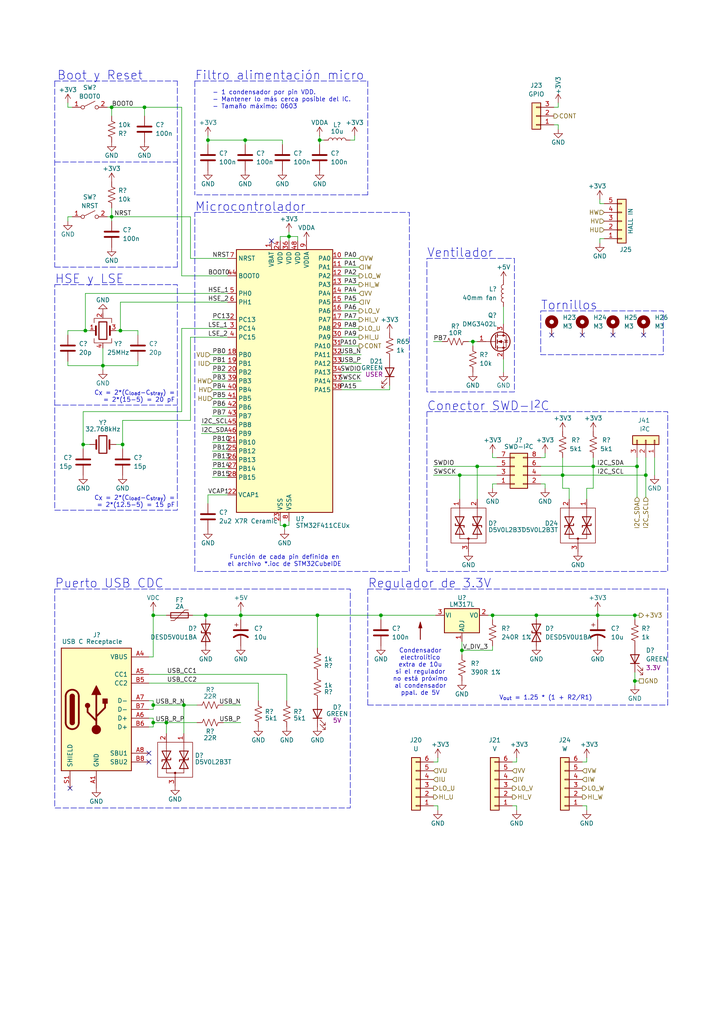
<source format=kicad_sch>
(kicad_sch (version 20250114) (generator "eeschema") (generator_version "9.0")
  (paper "A4" portrait)
  (rectangle (start 123.825 74.93) (end 149.225 113.665) (stroke (width 0) (type dash)))
  (rectangle (start 123.825 119.38) (end 193.675 165.735) (stroke (width 0) (type dash)))
  (rectangle (start 15.875 82.55) (end 51.435 147.955) (stroke (width 0) (type dash)))
  (rectangle (start 156.845 90.17) (end 192.405 102.87) (stroke (width 0) (type dash)))
  (rectangle (start 56.515 61.595) (end 118.745 165.735) (stroke (width 0) (type dash)))
  (rectangle (start 15.875 170.815) (end 101.6 234.315) (stroke (width 0) (type dash)))
  (text "Microcontrolador" (at 56.515 61.595 0) (effects (font (size 2.54 2.54)) (justify left bottom)))
  (text "Función de cada pin definida en\nel archivo *.ioc de STM32CubeIDE" (at 82.55 164.465 0) (effects (font (size 1.27 1.27)) (justify bottom)))
  (text "- 1 condensador por pin VDD.\n- Mantener lo más cerca posible del IC.\n- Tamaño máximo: 0603" (at 61.595 31.75 0) (effects (font (size 1.27 1.27)) (justify left bottom)))
  (text "Ventilador" (at 123.825 74.93 0) (effects (font (size 2.54 2.54)) (justify left bottom)))
  (text "C_{X} = 2*(C_{load}-C_{stray}) =\n= 2*(12.5-5) = 15 pF" (at 50.8 147.32 0) (effects (font (size 1.27 1.27)) (justify right bottom)))
  (text "Condensador\nelectrolítico\nextra de 10u\nsi el regulador\nno está próximo\nal condensador\nppal. de 5V" (at 121.92 194.945 0) (effects (font (size 1.27 1.27))))
  (text "Conector SWD-I^{2}C" (at 123.825 119.38 0) (effects (font (size 2.54 2.54)) (justify left bottom)))
  (text "C_{X} = 2*(C_{load}-C_{stray}) =\n= 2*(15-5) = 20 pF" (at 50.8 116.84 0) (effects (font (size 1.27 1.27)) (justify right bottom)))
  (text "HSE y LSE" (at 15.875 82.55 0) (effects (font (size 2.54 2.54)) (justify left bottom)))
  (text "Puerto USB CDC\n" (at 15.875 170.815 0) (effects (font (size 2.54 2.54)) (justify left bottom)))
  (text "Regulador de 3.3V" (at 106.68 170.815 0) (effects (font (size 2.54 2.54)) (justify left bottom)))
  (text "Boot y Reset\n" (at 16.51 23.495 0) (effects (font (size 2.54 2.54)) (justify left bottom)))
  (text "Tornillos" (at 156.845 90.17 0) (effects (font (size 2.54 2.54)) (justify left bottom)))
  (text "Filtro alimentación micro" (at 56.515 23.495 0) (effects (font (size 2.54 2.54)) (justify left bottom)))
  (text "V_{out} = 1.25 * (1 + R2/R1)" (at 144.78 203.2 0) (effects (font (size 1.27 1.27)) (justify left bottom)))
  (junction (at 172.085 135.255))
  (junction (at 24.13 128.905))
  (junction (at 41.91 31.115))
  (junction (at 24.765 95.885))
  (junction (at 110.49 178.435))
  (junction (at 92.075 178.435))
  (junction (at 155.575 178.435))
  (junction (at 48.26 209.55))
  (junction (at 184.15 197.485))
  (junction (at 184.785 135.255))
  (junction (at 44.45 204.47))
  (junction (at 29.845 106.045))
  (junction (at 59.69 178.435))
  (junction (at 184.15 178.435))
  (junction (at 35.56 128.905))
  (junction (at 53.34 204.47))
  (junction (at 82.55 152.4))
  (junction (at 44.45 178.435))
  (junction (at 133.35 137.795))
  (junction (at 32.385 31.115))
  (junction (at 69.85 178.435))
  (junction (at 138.43 135.255))
  (junction (at 92.71 40.64))
  (junction (at 60.325 40.64))
  (junction (at 187.325 137.795))
  (junction (at 32.385 62.865))
  (junction (at 173.355 178.435))
  (junction (at 163.195 137.795))
  (junction (at 137.16 99.06))
  (junction (at 34.925 95.885))
  (junction (at 71.12 40.64))
  (junction (at 44.45 209.55))
  (junction (at 133.985 188.595))
  (junction (at 83.82 68.58))
  (junction (at 142.875 178.435))
  (no_connect (at 43.18 218.44))
  (no_connect (at 168.91 97.155))
  (no_connect (at 186.69 97.155))
  (no_connect (at 78.74 69.85))
  (no_connect (at 20.32 228.6))
  (no_connect (at 177.8 97.155))
  (no_connect (at 160.02 97.155))
  (no_connect (at 43.18 220.98))
  (wire (pts (xy 99.06 110.49) (xy 104.775 110.49)))
  (polyline (pts (xy 106.68 170.815) (xy 106.68 204.47)) (stroke (width 0) (type dash)))
  (wire (pts (xy 32.385 31.115) (xy 41.91 31.115)))
  (wire (pts (xy 31.115 31.115) (xy 32.385 31.115)))
  (wire (pts (xy 149.86 219.71) (xy 149.86 220.98)))
  (wire (pts (xy 19.685 31.115) (xy 19.685 29.845)))
  (wire (pts (xy 163.195 137.795) (xy 163.195 132.715)))
  (wire (pts (xy 155.575 179.705) (xy 155.575 178.435)))
  (wire (pts (xy 61.595 110.49) (xy 66.04 110.49)))
  (wire (pts (xy 184.15 197.485) (xy 185.42 197.485)))
  (wire (pts (xy 61.595 130.81) (xy 66.04 130.81)))
  (wire (pts (xy 34.925 87.63) (xy 34.925 95.885)))
  (wire (pts (xy 99.06 95.25) (xy 104.14 95.25)))
  (wire (pts (xy 81.28 152.4) (xy 81.28 151.13)))
  (wire (pts (xy 82.55 153.67) (xy 82.55 152.4)))
  (wire (pts (xy 19.685 106.045) (xy 19.685 104.775)))
  (wire (pts (xy 99.06 92.71) (xy 104.14 92.71)))
  (wire (pts (xy 60.96 102.87) (xy 66.04 102.87)))
  (wire (pts (xy 170.18 219.71) (xy 170.18 220.98)))
  (wire (pts (xy 187.325 132.715) (xy 187.325 137.795)))
  (wire (pts (xy 173.99 70.485) (xy 173.99 69.215)))
  (wire (pts (xy 173.355 179.705) (xy 173.355 178.435)))
  (polyline (pts (xy 193.675 204.47) (xy 193.675 170.815)) (stroke (width 0) (type dash)))
  (wire (pts (xy 155.575 178.435) (xy 173.355 178.435)))
  (wire (pts (xy 187.325 137.795) (xy 187.325 144.145)))
  (wire (pts (xy 55.245 97.79) (xy 66.04 97.79)))
  (wire (pts (xy 172.085 135.255) (xy 172.085 141.605)))
  (wire (pts (xy 43.18 208.28) (xy 44.45 208.28)))
  (wire (pts (xy 44.45 178.435) (xy 44.45 190.5)))
  (wire (pts (xy 92.075 178.435) (xy 110.49 178.435)))
  (wire (pts (xy 99.06 77.47) (xy 104.14 77.47)))
  (wire (pts (xy 172.085 135.255) (xy 184.785 135.255)))
  (wire (pts (xy 61.595 92.71) (xy 66.04 92.71)))
  (wire (pts (xy 48.26 209.55) (xy 48.26 212.725)))
  (wire (pts (xy 163.195 137.795) (xy 187.325 137.795)))
  (wire (pts (xy 158.115 132.715) (xy 158.115 131.445)))
  (wire (pts (xy 141.605 178.435) (xy 142.875 178.435)))
  (wire (pts (xy 32.385 60.325) (xy 32.385 62.865)))
  (wire (pts (xy 99.06 100.33) (xy 104.14 100.33)))
  (wire (pts (xy 29.845 100.965) (xy 29.845 106.045)))
  (wire (pts (xy 133.985 188.595) (xy 133.985 189.865)))
  (wire (pts (xy 173.355 178.435) (xy 184.15 178.435)))
  (wire (pts (xy 142.875 132.715) (xy 144.145 132.715)))
  (wire (pts (xy 24.13 128.905) (xy 26.035 128.905)))
  (wire (pts (xy 20.955 62.865) (xy 19.685 62.865)))
  (wire (pts (xy 41.91 31.115) (xy 41.91 33.655)))
  (wire (pts (xy 61.595 118.11) (xy 66.04 118.11)))
  (wire (pts (xy 29.845 106.045) (xy 29.845 107.315)))
  (wire (pts (xy 92.075 187.96) (xy 92.075 178.435)))
  (wire (pts (xy 52.705 80.01) (xy 52.705 31.115)))
  (wire (pts (xy 32.385 33.655) (xy 32.385 31.115)))
  (wire (pts (xy 81.28 68.58) (xy 81.28 69.85)))
  (wire (pts (xy 33.655 128.905) (xy 35.56 128.905)))
  (wire (pts (xy 61.595 133.35) (xy 66.04 133.35)))
  (wire (pts (xy 99.06 102.87) (xy 104.775 102.87)))
  (wire (pts (xy 24.765 85.09) (xy 66.04 85.09)))
  (wire (pts (xy 161.925 36.195) (xy 160.655 36.195)))
  (wire (pts (xy 20.955 31.115) (xy 19.685 31.115)))
  (wire (pts (xy 173.99 57.785) (xy 173.99 59.055)))
  (wire (pts (xy 156.845 137.795) (xy 163.195 137.795)))
  (wire (pts (xy 138.43 135.255) (xy 144.145 135.255)))
  (wire (pts (xy 99.06 80.01) (xy 104.14 80.01)))
  (wire (pts (xy 142.875 178.435) (xy 142.875 179.705)))
  (wire (pts (xy 44.45 190.5) (xy 43.18 190.5)))
  (wire (pts (xy 142.875 131.445) (xy 142.875 132.715)))
  (wire (pts (xy 99.06 107.95) (xy 104.775 107.95)))
  (wire (pts (xy 110.49 179.705) (xy 110.49 178.435)))
  (wire (pts (xy 113.03 111.76) (xy 113.03 113.03)))
  (wire (pts (xy 149.86 233.68) (xy 148.59 233.68)))
  (wire (pts (xy 83.82 152.4) (xy 82.55 152.4)))
  (polyline (pts (xy 106.68 23.495) (xy 106.68 56.515)) (stroke (width 0) (type dash)))
  (wire (pts (xy 24.765 85.09) (xy 24.765 95.885)))
  (wire (pts (xy 83.82 67.31) (xy 83.82 68.58)))
  (wire (pts (xy 32.385 62.865) (xy 55.245 62.865)))
  (wire (pts (xy 158.115 140.335) (xy 156.845 140.335)))
  (wire (pts (xy 57.15 204.47) (xy 53.34 204.47)))
  (wire (pts (xy 184.15 197.485) (xy 184.15 194.945)))
  (wire (pts (xy 125.73 135.255) (xy 138.43 135.255)))
  (wire (pts (xy 83.82 68.58) (xy 81.28 68.58)))
  (wire (pts (xy 170.18 233.68) (xy 168.91 233.68)))
  (wire (pts (xy 173.99 69.215) (xy 175.26 69.215)))
  (wire (pts (xy 19.685 95.885) (xy 24.765 95.885)))
  (wire (pts (xy 149.86 220.98) (xy 148.59 220.98)))
  (wire (pts (xy 69.85 178.435) (xy 69.85 179.705)))
  (wire (pts (xy 69.85 177.165) (xy 69.85 178.435)))
  (wire (pts (xy 66.04 143.51) (xy 60.325 143.51)))
  (polyline (pts (xy 106.68 204.47) (xy 193.675 204.47)) (stroke (width 0) (type dash)))
  (wire (pts (xy 53.34 204.47) (xy 44.45 204.47)))
  (wire (pts (xy 163.195 141.605) (xy 163.195 137.795)))
  (wire (pts (xy 52.705 119.38) (xy 52.705 95.25)))
  (polyline (pts (xy 56.515 23.495) (xy 106.68 23.495)) (stroke (width 0) (type dash)))
  (wire (pts (xy 74.93 198.12) (xy 74.93 203.2)))
  (wire (pts (xy 83.185 195.58) (xy 83.185 203.2)))
  (wire (pts (xy 61.595 128.27) (xy 66.04 128.27)))
  (wire (pts (xy 172.085 141.605) (xy 170.18 141.605)))
  (wire (pts (xy 172.085 135.255) (xy 172.085 132.715)))
  (wire (pts (xy 44.45 209.55) (xy 44.45 210.82)))
  (wire (pts (xy 44.45 208.28) (xy 44.45 209.55)))
  (wire (pts (xy 35.56 121.92) (xy 35.56 128.905)))
  (wire (pts (xy 149.86 234.95) (xy 149.86 233.68)))
  (wire (pts (xy 156.845 135.255) (xy 172.085 135.255)))
  (wire (pts (xy 125.73 137.795) (xy 133.35 137.795)))
  (wire (pts (xy 146.05 88.9) (xy 146.05 93.98)))
  (wire (pts (xy 184.15 179.705) (xy 184.15 178.435)))
  (wire (pts (xy 138.43 135.255) (xy 138.43 144.78)))
  (wire (pts (xy 99.06 113.03) (xy 113.03 113.03)))
  (wire (pts (xy 52.705 95.25) (xy 66.04 95.25)))
  (wire (pts (xy 155.575 178.435) (xy 142.875 178.435)))
  (polyline (pts (xy 15.875 23.495) (xy 15.875 77.47)) (stroke (width 0) (type dash)))
  (wire (pts (xy 133.985 188.595) (xy 142.875 188.595)))
  (wire (pts (xy 92.075 178.435) (xy 69.85 178.435)))
  (wire (pts (xy 40.005 95.885) (xy 40.005 97.155)))
  (wire (pts (xy 44.45 205.74) (xy 43.18 205.74)))
  (wire (pts (xy 133.985 188.595) (xy 133.985 186.055)))
  (wire (pts (xy 173.99 59.055) (xy 175.26 59.055)))
  (wire (pts (xy 34.925 95.885) (xy 40.005 95.885)))
  (wire (pts (xy 82.55 152.4) (xy 81.28 152.4)))
  (wire (pts (xy 44.45 203.2) (xy 44.45 204.47)))
  (wire (pts (xy 99.06 90.17) (xy 104.14 90.17)))
  (wire (pts (xy 137.16 99.06) (xy 138.43 99.06)))
  (wire (pts (xy 161.925 31.115) (xy 161.925 29.845)))
  (wire (pts (xy 24.13 119.38) (xy 52.705 119.38)))
  (wire (pts (xy 69.85 204.47) (xy 64.77 204.47)))
  (wire (pts (xy 19.685 95.885) (xy 19.685 97.155)))
  (wire (pts (xy 48.26 209.55) (xy 44.45 209.55)))
  (wire (pts (xy 81.915 40.64) (xy 71.12 40.64)))
  (wire (pts (xy 71.12 40.64) (xy 60.325 40.64)))
  (wire (pts (xy 99.06 85.09) (xy 104.14 85.09)))
  (wire (pts (xy 55.245 74.93) (xy 66.04 74.93)))
  (wire (pts (xy 99.06 74.93) (xy 104.14 74.93)))
  (wire (pts (xy 81.915 40.64) (xy 81.915 41.91)))
  (wire (pts (xy 137.16 99.06) (xy 137.16 100.33)))
  (wire (pts (xy 57.15 209.55) (xy 48.26 209.55)))
  (wire (pts (xy 83.82 68.58) (xy 83.82 69.85)))
  (wire (pts (xy 92.71 41.91) (xy 92.71 40.64)))
  (wire (pts (xy 59.69 178.435) (xy 69.85 178.435)))
  (wire (pts (xy 61.595 113.03) (xy 66.04 113.03)))
  (wire (pts (xy 43.18 195.58) (xy 83.185 195.58)))
  (wire (pts (xy 59.69 179.705) (xy 59.69 178.435)))
  (wire (pts (xy 173.355 177.165) (xy 173.355 178.435)))
  (wire (pts (xy 184.785 132.715) (xy 184.785 135.255)))
  (wire (pts (xy 52.705 80.01) (xy 66.04 80.01)))
  (wire (pts (xy 158.115 132.715) (xy 156.845 132.715)))
  (wire (pts (xy 52.705 31.115) (xy 41.91 31.115)))
  (wire (pts (xy 55.245 121.92) (xy 55.245 97.79)))
  (wire (pts (xy 24.13 128.905) (xy 24.13 130.175)))
  (wire (pts (xy 135.89 99.06) (xy 137.16 99.06)))
  (polyline (pts (xy 51.435 77.47) (xy 51.435 23.495)) (stroke (width 0) (type dash)))
  (wire (pts (xy 99.06 105.41) (xy 104.775 105.41)))
  (wire (pts (xy 184.15 198.755) (xy 184.15 197.485)))
  (wire (pts (xy 170.18 220.98) (xy 168.91 220.98)))
  (wire (pts (xy 61.595 135.89) (xy 66.04 135.89)))
  (wire (pts (xy 161.925 37.465) (xy 161.925 36.195)))
  (wire (pts (xy 127 219.71) (xy 127 220.98)))
  (wire (pts (xy 58.42 123.19) (xy 66.04 123.19)))
  (wire (pts (xy 61.595 107.95) (xy 66.04 107.95)))
  (polyline (pts (xy 15.875 23.495) (xy 51.435 23.495)) (stroke (width 0) (type dash)))
  (wire (pts (xy 35.56 121.92) (xy 55.245 121.92)))
  (wire (pts (xy 102.87 40.64) (xy 101.6 40.64)))
  (wire (pts (xy 127 234.95) (xy 127 233.68)))
  (wire (pts (xy 104.14 97.79) (xy 99.06 97.79)))
  (wire (pts (xy 127 233.68) (xy 125.73 233.68)))
  (wire (pts (xy 34.925 95.885) (xy 33.655 95.885)))
  (polyline (pts (xy 106.68 170.815) (xy 193.675 170.815)) (stroke (width 0) (type dash)))
  (wire (pts (xy 83.82 151.13) (xy 83.82 152.4)))
  (wire (pts (xy 92.71 39.37) (xy 92.71 40.64)))
  (wire (pts (xy 40.005 106.045) (xy 40.005 104.775)))
  (wire (pts (xy 99.06 87.63) (xy 104.14 87.63)))
  (wire (pts (xy 44.45 210.82) (xy 43.18 210.82)))
  (wire (pts (xy 170.18 234.95) (xy 170.18 233.68)))
  (wire (pts (xy 40.005 106.045) (xy 29.845 106.045)))
  (polyline (pts (xy 15.875 117.475) (xy 51.435 117.475)) (stroke (width 0) (type dash)))
  (wire (pts (xy 184.785 135.255) (xy 184.785 144.145)))
  (wire (pts (xy 86.36 68.58) (xy 86.36 69.85)))
  (wire (pts (xy 133.35 137.795) (xy 144.145 137.795)))
  (wire (pts (xy 133.35 137.795) (xy 133.35 144.78)))
  (wire (pts (xy 184.15 178.435) (xy 185.42 178.435)))
  (wire (pts (xy 158.115 141.605) (xy 158.115 140.335)))
  (wire (pts (xy 60.96 105.41) (xy 66.04 105.41)))
  (wire (pts (xy 24.765 95.885) (xy 26.035 95.885)))
  (polyline (pts (xy 106.68 56.515) (xy 56.515 56.515)) (stroke (width 0) (type dash)))
  (wire (pts (xy 142.875 140.335) (xy 142.875 141.605)))
  (wire (pts (xy 92.71 40.64) (xy 93.98 40.64)))
  (polyline (pts (xy 15.875 46.99) (xy 51.435 46.99)) (stroke (width 0) (type dash)))
  (wire (pts (xy 43.18 198.12) (xy 74.93 198.12)))
  (wire (pts (xy 69.85 209.55) (xy 64.77 209.55)))
  (wire (pts (xy 142.875 187.325) (xy 142.875 188.595)))
  (wire (pts (xy 44.45 177.165) (xy 44.45 178.435)))
  (wire (pts (xy 34.925 87.63) (xy 66.04 87.63)))
  (wire (pts (xy 125.73 99.06) (xy 128.27 99.06)))
  (wire (pts (xy 165.1 141.605) (xy 165.1 144.78)))
  (wire (pts (xy 19.685 106.045) (xy 29.845 106.045)))
  (wire (pts (xy 53.34 204.47) (xy 53.34 212.725)))
  (wire (pts (xy 19.685 62.865) (xy 19.685 64.135)))
  (wire (pts (xy 55.88 178.435) (xy 59.69 178.435)))
  (wire (pts (xy 43.18 203.2) (xy 44.45 203.2)))
  (polyline (pts (xy 56.515 23.495) (xy 56.515 56.515)) (stroke (width 0) (type dash)))
  (wire (pts (xy 102.87 39.37) (xy 102.87 40.64)))
  (wire (pts (xy 44.45 204.47) (xy 44.45 205.74)))
  (wire (pts (xy 24.13 119.38) (xy 24.13 128.905)))
  (wire (pts (xy 146.05 107.95) (xy 146.05 104.14)))
  (wire (pts (xy 189.865 132.715) (xy 189.865 137.795)))
  (wire (pts (xy 142.875 140.335) (xy 144.145 140.335)))
  (wire (pts (xy 31.115 62.865) (xy 32.385 62.865)))
  (wire (pts (xy 110.49 178.435) (xy 126.365 178.435)))
  (wire (pts (xy 61.595 115.57) (xy 66.04 115.57)))
  (wire (pts (xy 35.56 128.905) (xy 35.56 130.175)))
  (wire (pts (xy 99.06 82.55) (xy 104.14 82.55)))
  (wire (pts (xy 60.325 143.51) (xy 60.325 146.05)))
  (wire (pts (xy 127 220.98) (xy 125.73 220.98)))
  (wire (pts (xy 160.655 31.115) (xy 161.925 31.115)))
  (polyline (pts (xy 15.875 77.47) (xy 51.435 77.47)) (stroke (width 0) (type dash)))
  (wire (pts (xy 61.595 120.65) (xy 66.04 120.65)))
  (wire (pts (xy 170.18 141.605) (xy 170.18 144.78)))
  (wire (pts (xy 58.42 125.73) (xy 66.04 125.73)))
  (wire (pts (xy 163.195 141.605) (xy 165.1 141.605)))
  (wire (pts (xy 48.26 178.435) (xy 44.45 178.435)))
  (wire (pts (xy 86.36 68.58) (xy 83.82 68.58)))
  (wire (pts (xy 71.12 40.64) (xy 71.12 41.91)))
  (wire (pts (xy 60.325 40.64) (xy 60.325 41.91)))
  (wire (pts (xy 55.245 62.865) (xy 55.245 74.93)))
  (wire (pts (xy 61.595 138.43) (xy 66.04 138.43)))
  (wire (pts (xy 32.385 62.865) (xy 32.385 64.135)))
  (wire (pts (xy 60.325 39.37) (xy 60.325 40.64)))
  (label "PA4" (at 103.505 85.09 180))
  (label "LSE_1" (at 60.325 95.25 0))
  (label "PB5" (at 61.595 115.57 0))
  (label "USB_N" (at 69.85 204.47 180))
  (label "PB2" (at 61.595 107.95 0))
  (label "PB13" (at 61.595 133.35 0))
  (label "USB_CC2" (at 57.15 198.12 180))
  (label "PB12" (at 61.595 130.81 0))
  (label "PB6" (at 61.595 118.11 0))
  (label "USB_CC1" (at 57.15 195.58 180))
  (label "V_DIV_3" (at 141.605 188.595 180))
  (label "PB7" (at 125.73 99.06 0))
  (label "PB7" (at 61.595 120.65 0))
  (label "SWDIO" (at 104.775 107.95 180))
  (label "USB_R_N" (at 45.085 204.47 0))
  (label "SWDIO" (at 125.73 135.255 0))
  (label "SWSCK" (at 125.73 137.795 0))
  (label "PA0" (at 103.505 74.93 180))
  (label "I2C_SDA" (at 180.975 135.255 180))
  (label "BOOT0" (at 60.325 80.01 0))
  (label "PB14" (at 61.595 135.89 0))
  (label "PB0" (at 61.595 102.87 0))
  (label "PA2" (at 103.505 80.01 180))
  (label "PB4" (at 61.595 113.03 0))
  (label "LSE_2" (at 60.325 97.79 0))
  (label "I2C_SDA" (at 58.42 125.73 0))
  (label "PB10" (at 61.595 128.27 0))
  (label "PA5" (at 103.505 87.63 180))
  (label "PB3" (at 61.595 110.49 0))
  (label "BOOT0" (at 38.735 31.115 180))
  (label "HSE_2" (at 60.325 87.63 0))
  (label "VCAP1" (at 60.325 143.51 0))
  (label "HSE_1" (at 60.325 85.09 0))
  (label "PA6" (at 103.505 90.17 180))
  (label "PA1" (at 103.505 77.47 180))
  (label "PA8" (at 103.505 95.25 180))
  (label "I2C_SCL" (at 180.975 137.795 180))
  (label "PA7" (at 103.505 92.71 180))
  (label "PA3" (at 103.505 82.55 180))
  (label "USB_N" (at 104.775 102.87 180))
  (label "NRST" (at 61.595 74.93 0))
  (label "PA10" (at 103.505 100.33 180))
  (label "USB_P" (at 69.85 209.55 180))
  (label "USB_R_P" (at 45.085 209.55 0))
  (label "I2C_SCL" (at 58.42 123.19 0))
  (label "NRST" (at 38.1 62.865 180))
  (label "USB_P" (at 104.775 105.41 180))
  (label "SWSCK" (at 104.775 110.49 180))
  (label "PB15" (at 61.595 138.43 0))
  (label "PA15" (at 103.505 113.03 180))
  (label "PA9" (at 103.505 97.79 180))
  (label "PB1" (at 61.595 105.41 0))
  (label "PC13" (at 61.595 92.71 0))
  (hierarchical_label "IV" (shape input) (at 104.14 87.63 0))
  (hierarchical_label "HI_W" (shape output) (at 104.14 82.55 0))
  (hierarchical_label "CONT" (shape output) (at 160.655 33.655 0))
  (hierarchical_label "HI_V" (shape output) (at 104.14 92.71 0))
  (hierarchical_label "IW" (shape input) (at 168.91 226.06 0))
  (hierarchical_label "I2C_SCL" (shape input) (at 187.325 144.145 270))
  (hierarchical_label "HV" (shape input) (at 175.26 64.135 180))
  (hierarchical_label "VW" (shape input) (at 168.91 223.52 0))
  (hierarchical_label "VV" (shape input) (at 148.59 223.52 0))
  (hierarchical_label "HI_U" (shape output) (at 125.73 231.14 0))
  (hierarchical_label "GND" (shape passive) (at 185.42 197.485 0))
  (hierarchical_label "HV" (shape input) (at 61.595 113.03 180))
  (hierarchical_label "I2C_SDA" (shape input) (at 184.785 144.145 270))
  (hierarchical_label "IU" (shape input) (at 60.96 105.41 180))
  (hierarchical_label "IW" (shape input) (at 104.14 77.47 0))
  (hierarchical_label "VU" (shape input) (at 125.73 223.52 0))
  (hierarchical_label "+3V3" (shape output) (at 185.42 178.435 0))
  (hierarchical_label "IV" (shape input) (at 148.59 226.06 0))
  (hierarchical_label "HW" (shape input) (at 61.595 110.49 180))
  (hierarchical_label "LO_W" (shape output) (at 104.14 80.01 0))
  (hierarchical_label "HW" (shape input) (at 175.26 61.595 180))
  (hierarchical_label "IU" (shape input) (at 125.73 226.06 0))
  (hierarchical_label "HI_W" (shape output) (at 168.91 231.14 0))
  (hierarchical_label "CONT" (shape output) (at 104.14 100.33 0))
  (hierarchical_label "LO_V" (shape output) (at 148.59 228.6 0))
  (hierarchical_label "HU" (shape input) (at 61.595 115.57 180))
  (hierarchical_label "LO_U" (shape output) (at 104.14 95.25 0))
  (hierarchical_label "LO_U" (shape output) (at 125.73 228.6 0))
  (hierarchical_label "LO_W" (shape output) (at 168.91 228.6 0))
  (hierarchical_label "VV" (shape input) (at 104.14 85.09 0))
  (hierarchical_label "LO_V" (shape output) (at 104.14 90.17 0))
  (hierarchical_label "HI_U" (shape output) (at 104.14 97.79 0))
  (hierarchical_label "HI_V" (shape output) (at 148.59 231.14 0))
  (hierarchical_label "VU" (shape input) (at 60.96 102.87 180))
  (hierarchical_label "HU" (shape input) (at 175.26 66.675 180))
  (hierarchical_label "VW" (shape input) (at 104.14 74.93 0))
  (symbol (lib_id "Device:R_US") (at 142.875 183.515 0) (unit 1)
    (property "Reference" "R?" (at 145.415 182.2449 0) (effects (justify left)))
    (property "Value" "240R 1%" (at 145.415 184.7849 0) (effects (justify left)))
    (property "Footprint" "Resistor_SMD:R_0603_1608Metric" (effects (hide yes)))
    (property "Datasheet" "https://www.lcsc.com/datasheet/lcsc_datasheet_2411220041_FH--Guangdong-Fenghua-Advanced-Tech-RS-03K2400FT_C286579.pdf" (effects (hide yes)))
    (property "LCSC part" " C286579" (effects (hide yes)))
  )
  (symbol (lib_id "Device:D_TVS") (at 155.575 183.515 90) (unit 1)
    (property "Reference" "D?" (at 158.115 182.245 90) (effects (justify right)))
    (property "Value" "DESD5V0U1BA" (at 158.115 184.785 90) (effects (justify right)))
    (property "Footprint" "Diode_SMD:D_SOD-323_HandSoldering" (effects (hide yes)))
    (property "Datasheet" "https://www.diodes.com/assets/Datasheets/DESD5V0U1BA.pdf" (effects (hide yes)))
    (property "Description" "Bidirectional transient-voltage-suppression diode" (effects (hide yes)))
    (property "LCSC part" "C460442" (effects (hide yes)))
  )
  (symbol (lib_id "power:GND") (at 50.8 227.965 0) (mirror y) (unit 1)
    (property "Reference" "#PWR?" (effects (hide yes)))
    (property "Value" "GND" (at 50.8 231.775 0))
  )
  (symbol (lib_id "power:GND") (at 32.385 71.755 0) (mirror y) (unit 1)
    (property "Reference" "#PWR?" (effects (hide yes)))
    (property "Value" "GND" (at 32.385 75.565 0))
  )
  (symbol (lib_id "power:GND") (at 82.55 153.67 0) (unit 1)
    (property "Reference" "#PWR?" (effects (hide yes)))
    (property "Value" "GND" (at 82.55 157.48 0))
  )
  (symbol (lib_id "power:GND") (at 127 234.95 0) (unit 1)
    (property "Reference" "#PWR0145" (effects (hide yes)))
    (property "Value" "GND" (at 127 238.76 0))
  )
  (symbol (lib_id "Device:R_US") (at 133.985 193.675 0) (unit 1)
    (property "Reference" "R?" (at 136.525 192.4049 0) (effects (justify left)))
    (property "Value" "390R 1%" (at 136.525 194.9449 0) (effects (justify left)))
    (property "Footprint" "Resistor_SMD:R_0603_1608Metric" (effects (hide yes)))
    (property "Datasheet" "https://www.lcsc.com/datasheet/lcsc_datasheet_2206021245_VO-SCR0603F390R_C3016257.pdf" (effects (hide yes)))
    (property "LCSC part" " C3016257" (effects (hide yes)))
  )
  (symbol (lib_id "Switch:SW_SPST") (at 26.035 31.115 0) (unit 1)
    (property "Reference" "SW?" (at 26.035 25.4 0))
    (property "Value" "BOOT0" (at 26.035 27.94 0))
    (property "Footprint" "ESC-TFG-KiCad:SPDT" (effects (hide yes)))
    (property "Datasheet" "https://www.lcsc.com/datasheet/lcsc_datasheet_2410121507_XUNPU-TS-1089S-02526_C455282.pdf" (effects (hide yes)))
    (property "LCSC part" "C455282" (effects (hide yes)))
  )
  (symbol (lib_id "Device:LED") (at 113.03 107.95 270) (mirror x) (unit 1)
    (property "Reference" "D21" (at 111.125 104.775 90) (effects (justify right)))
    (property "Value" "GREEN" (at 111.125 106.68 90) (effects (justify right)))
    (property "Footprint" "LED_SMD:LED_0805_2012Metric" (effects (hide yes)))
    (property "Datasheet" "https://www.lcsc.com/datasheet/lcsc_datasheet_2504101957_XINGLIGHT-XL-2012UGC_C965815.pdf" (effects (hide yes)))
    (property "Use" "USER" (at 111.125 108.585 90) (effects (justify right)))
    (property "LCSC part" " C965815" (effects (hide yes)))
  )
  (symbol (lib_id "power:GND") (at 74.93 210.82 0) (mirror y) (unit 1)
    (property "Reference" "#PWR?" (effects (hide yes)))
    (property "Value" "GND" (at 74.93 214.63 0))
  )
  (symbol (lib_id "Connector_Generic:Conn_01x03") (at 155.575 33.655 180) (unit 1)
    (property "Reference" "J23" (at 155.575 24.765 0))
    (property "Value" "GPIO" (at 155.575 27.305 0))
    (property "Footprint" "Connector_JST:JST_PH_B3B-PH-K_1x03_P2.00mm_Vertical" (effects (hide yes)))
    (property "Description" "Generic connector, single row, 01x03, script generated (kicad-library-utils/schlib/autogen/connector/)" (effects (hide yes)))
  )
  (symbol (lib_id "power:GND") (at 92.075 210.82 0) (unit 1)
    (property "Reference" "#PWR?" (effects (hide yes)))
    (property "Value" "GND" (at 92.075 214.63 0))
  )
  (symbol (lib_id "power:GND") (at 59.69 187.325 0) (mirror y) (unit 1)
    (property "Reference" "#PWR?" (effects (hide yes)))
    (property "Value" "GND" (at 59.69 191.135 0))
  )
  (symbol (lib_name "+5V_1") (lib_id "power:+5V") (at 146.05 81.28 0) (unit 1)
    (property "Reference" "#PWR?" (effects (hide yes)))
    (property "Value" "+5V" (at 146.05 77.47 0))
    (property "Description" "Power symbol creates a global label with name \"+5V\"" (effects (hide yes)))
  )
  (symbol (lib_id "power:GND") (at 92.71 49.53 0) (unit 1)
    (property "Reference" "#PWR?" (effects (hide yes)))
    (property "Value" "GND" (at 92.71 53.34 0))
  )
  (symbol (lib_name "+3V3_1") (lib_id "power:+3V3") (at 127 219.71 0) (unit 1)
    (property "Reference" "#PWR0144" (effects (hide yes)))
    (property "Value" "+3V3" (at 125.095 215.9 0) (effects (justify left)))
    (property "Description" "Power symbol creates a global label with name \"+3V3\"" (effects (hide yes)))
  )
  (symbol (lib_id "Device:R_US") (at 92.075 199.39 0) (unit 1)
    (property "Reference" "R?" (at 93.98 200.66 0) (effects (justify left)))
    (property "Value" "1k" (at 93.98 198.755 0) (effects (justify left)))
    (property "Footprint" "Resistor_SMD:R_0603_1608Metric" (effects (hide yes)))
    (property "Datasheet" "https://www.lcsc.com/datasheet/lcsc_datasheet_2410121258_LIZ-Elec-CR0603FA1002G_C126901.pdf" (effects (hide yes)))
    (property "LCSC part" "C126901" (effects (hide yes)))
  )
  (symbol (lib_id "power:GND") (at 137.16 107.95 0) (unit 1)
    (property "Reference" "#PWR?" (effects (hide yes)))
    (property "Value" "GND" (at 137.16 111.76 0))
  )
  (symbol (lib_id "Device:LED") (at 92.075 207.01 90) (unit 1)
    (property "Reference" "D?" (at 97.79 205.105 90))
    (property "Value" "GREEN" (at 97.79 207.01 90))
    (property "Footprint" "LED_SMD:LED_0805_2012Metric" (effects (hide yes)))
    (property "Datasheet" "https://www.lcsc.com/datasheet/lcsc_datasheet_2504101957_XINGLIGHT-XL-2012UGC_C965815.pdf" (effects (hide yes)))
    (property "Use" "5V" (at 97.79 208.915 90))
    (property "LCSC part" " C965815" (effects (hide yes)))
  )
  (symbol (lib_id "power:+3V3") (at 113.03 96.52 0) (unit 1)
    (property "Reference" "#PWR0143" (effects (hide yes)))
    (property "Value" "+3V3" (at 113.03 92.71 0))
  )
  (symbol (lib_id "power:+3V3") (at 173.355 177.165 0) (unit 1)
    (property "Reference" "#PWR?" (effects (hide yes)))
    (property "Value" "+3V3" (at 173.355 173.355 0))
  )
  (symbol (lib_id "Device:R_US") (at 74.93 207.01 0) (unit 1)
    (property "Reference" "R?" (at 76.835 206.375 0) (effects (justify left)))
    (property "Value" "5k1" (at 76.835 208.28 0) (effects (justify left)))
    (property "Footprint" "Resistor_SMD:R_0603_1608Metric" (effects (hide yes)))
    (property "Datasheet" "https://www.lcsc.com/datasheet/lcsc_datasheet_2411071710_FOJAN-FRC0603J512-TS_C2907114.pdf" (effects (hide yes)))
    (property "LCSC part" " C2907114" (effects (hide yes)))
  )
  (symbol (lib_id "power:GND") (at 60.325 153.67 0) (unit 1)
    (property "Reference" "#PWR?" (effects (hide yes)))
    (property "Value" "GND" (at 60.325 157.48 0))
  )
  (symbol (lib_id "Device:R_US") (at 137.16 104.14 180) (unit 1)
    (property "Reference" "R?" (at 139.065 102.87 0) (effects (justify right)))
    (property "Value" "10k" (at 139.065 105.41 0) (effects (justify right)))
    (property "Footprint" "Resistor_SMD:R_0603_1608Metric" (effects (hide yes)))
    (property "Datasheet" "https://www.lcsc.com/datasheet/lcsc_datasheet_2410121258_LIZ-Elec-CR0603FA1002G_C126901.pdf" (effects (hide yes)))
    (property "LCSC part" " C126901" (effects (hide yes)))
  )
  (symbol (lib_id "Connector_Generic:Conn_01x06") (at 143.51 228.6 180) (unit 1)
    (property "Reference" "J21" (at 143.51 214.63 0))
    (property "Value" "V" (at 143.51 217.17 0))
    (property "Footprint" "Connector_JST:JST_PH_B6B-PH-K_1x06_P2.00mm_Vertical" (effects (hide yes)))
    (property "Description" "Generic connector, single row, 01x06, script generated (kicad-library-utils/schlib/autogen/connector/)" (effects (hide yes)))
  )
  (symbol (lib_id "TFG-Brushless-ESC:Dual-TVS") (at 55.88 220.345 270) (mirror x) (unit 1)
    (property "Reference" "D?" (at 56.515 219.075 90) (effects (justify left)))
    (property "Value" "D5V0L2B3T" (at 56.515 220.98 90) (effects (justify left)))
    (property "Footprint" "Package_TO_SOT_SMD:SOT-523" (effects (hide yes)))
    (property "Datasheet" "https://www.diodes.com/assets/Datasheets/D5V0L2B3T.pdf" (effects (hide yes)))
    (property "LCSC part" " C526508" (effects (hide yes)))
  )
  (symbol (lib_id "power:GND") (at 155.575 187.325 0) (unit 1)
    (property "Reference" "#PWR?" (effects (hide yes)))
    (property "Value" "GND" (at 155.575 191.135 0))
  )
  (symbol (lib_id "TFG-Brushless-ESC:Dual-TVS") (at 172.72 152.4 270) (mirror x) (unit 1)
    (property "Reference" "D24" (at 161.925 151.765 90) (effects (justify right)))
    (property "Value" "D5V0L2B3T" (at 161.925 153.67 90) (effects (justify right)))
    (property "Footprint" "Package_TO_SOT_SMD:SOT-523" (effects (hide yes)))
    (property "Datasheet" "https://www.diodes.com/assets/Datasheets/D5V0L2B3T.pdf" (effects (hide yes)))
    (property "LCSC part" " C526508" (effects (hide yes)))
  )
  (symbol (lib_id "Connector_Generic:Conn_01x03") (at 187.325 127.635 270) (mirror x) (unit 1)
    (property "Reference" "J41" (at 188.595 121.92 90) (effects (justify right)))
    (property "Value" "I^{2}C" (at 188.595 124.46 90) (effects (justify right)))
    (property "Footprint" "Connector_JST:JST_PH_B3B-PH-K_1x03_P2.00mm_Vertical" (effects (hide yes)))
    (property "Description" "Generic connector, single row, 01x03, script generated (kicad-library-utils/schlib/autogen/connector/)" (effects (hide yes)))
  )
  (symbol (lib_id "Device:C") (at 92.71 45.72 0) (unit 1)
    (property "Reference" "C?" (at 95.885 44.4499 0) (effects (justify left)))
    (property "Value" "100n" (at 95.885 46.9899 0) (effects (justify left)))
    (property "Footprint" "Capacitor_SMD:C_0603_1608Metric" (effects (hide yes)))
    (property "Datasheet" "https://www.lcsc.com/datasheet/lcsc_datasheet_2208181800_FOJAN-FCC0603B104K500CT_C5137636.pdf" (effects (hide yes)))
    (property "LCSC part" " C5137636" (effects (hide yes)))
  )
  (symbol (lib_id "Device:R_US") (at 113.03 100.33 0) (unit 1)
    (property "Reference" "R65" (at 114.935 99.06 0) (effects (justify left)))
    (property "Value" "1k" (at 114.935 101.6 0) (effects (justify left)))
    (property "Footprint" "Resistor_SMD:R_0603_1608Metric" (effects (hide yes)))
    (property "Datasheet" "https://www.lcsc.com/datasheet/lcsc_datasheet_2410121258_LIZ-Elec-CR0603FA1002G_C126901.pdf" (effects (hide yes)))
    (property "LCSC part" "C126901" (effects (hide yes)))
  )
  (symbol (lib_id "Device:R_US") (at 32.385 37.465 180) (unit 1)
    (property "Reference" "R?" (at 34.29 38.735 0) (effects (justify right)))
    (property "Value" "10k" (at 34.29 36.195 0) (effects (justify right)))
    (property "Footprint" "Resistor_SMD:R_0603_1608Metric" (effects (hide yes)))
    (property "Datasheet" "https://www.lcsc.com/datasheet/lcsc_datasheet_2410121258_LIZ-Elec-CR0603FA1002G_C126901.pdf" (effects (hide yes)))
    (property "LCSC part" " C126901" (effects (hide yes)))
  )
  (symbol (lib_id "power:GND") (at 19.685 64.135 0) (unit 1)
    (property "Reference" "#PWR?" (effects (hide yes)))
    (property "Value" "GND" (at 19.685 67.945 0))
  )
  (symbol (lib_id "power:GND") (at 158.115 141.605 0) (unit 1)
    (property "Reference" "#PWR?" (effects (hide yes)))
    (property "Value" "GND" (at 158.115 145.415 0))
  )
  (symbol (lib_id "Device:R_US") (at 132.08 99.06 90) (unit 1)
    (property "Reference" "R?" (at 132.08 94.615 90))
    (property "Value" "10R" (at 132.08 96.52 90))
    (property "Footprint" "Resistor_SMD:R_0805_2012Metric" (effects (hide yes)))
    (property "Datasheet" "https://www.lcsc.com/datasheet/lcsc_datasheet_2206021200_VO-SCR0805F10R_C3016584.pdf" (effects (hide yes)))
    (property "Sim.Device" "R" (effects (hide yes)))
    (property "Sim.Pins" "1=+ 2=-" (effects (hide yes)))
    (property "LCSC part" "C3016584" (effects (hide yes)))
  )
  (symbol (lib_name "+5V_1") (lib_id "power:+5V") (at 69.85 177.165 0) (unit 1)
    (property "Reference" "#PWR?" (effects (hide yes)))
    (property "Value" "+5V" (at 69.85 173.355 0))
    (property "Description" "Power symbol creates a global label with name \"+5V\"" (effects (hide yes)))
  )
  (symbol (lib_id "Device:R_US") (at 172.085 128.905 180) (unit 1)
    (property "Reference" "R?" (at 175.895 127.635 0))
    (property "Value" "5k1" (at 175.895 130.175 0))
    (property "Footprint" "Resistor_SMD:R_0603_1608Metric" (effects (hide yes)))
    (property "Datasheet" "https://www.lcsc.com/datasheet/lcsc_datasheet_2410121258_LIZ-Elec-CR0603FA1002G_C126901.pdf" (effects (hide yes)))
    (property "LCSC part" " C126901" (effects (hide yes)))
  )
  (symbol (lib_id "power:GND") (at 29.845 107.315 0) (unit 1)
    (property "Reference" "#PWR?" (effects (hide yes)))
    (property "Value" "GND" (at 29.845 111.125 0))
  )
  (symbol (lib_id "Device:R_US") (at 92.075 191.77 0) (unit 1)
    (property "Reference" "R?" (at 93.98 193.04 0) (effects (justify left)))
    (property "Value" "1k" (at 93.98 191.135 0) (effects (justify left)))
    (property "Footprint" "Resistor_SMD:R_0603_1608Metric" (effects (hide yes)))
    (property "Datasheet" "https://www.lcsc.com/datasheet/lcsc_datasheet_2410121258_LIZ-Elec-CR0603FA1002G_C126901.pdf" (effects (hide yes)))
    (property "LCSC part" "C126901" (effects (hide yes)))
  )
  (symbol (lib_id "Device:C_Polarized_US") (at 69.85 183.515 0) (unit 1)
    (property "Reference" "C?" (at 73.66 182.245 0) (effects (justify left)))
    (property "Value" "10u" (at 73.66 184.785 0) (effects (justify left)))
    (property "Footprint" "Capacitor_SMD:CP_Elec_4x5.4" (effects (hide yes)))
    (property "Datasheet" "https://www.lcsc.com/datasheet/lcsc_datasheet_2410121458_ROQANG-RVT1E100M0405_C72484.pdf" (effects (hide yes)))
    (property "LCSC Part" " C72485" (effects (hide yes)))
    (property "LCSC part" "C72484" (effects (hide yes)))
  )
  (symbol (lib_id "power:GND") (at 24.13 137.795 0) (unit 1)
    (property "Reference" "#PWR?" (effects (hide yes)))
    (property "Value" "GND" (at 24.13 141.605 0))
  )
  (symbol (lib_id "power:GND") (at 133.985 197.485 0) (unit 1)
    (property "Reference" "#PWR?" (effects (hide yes)))
    (property "Value" "GND" (at 133.985 201.295 0))
  )
  (symbol (lib_id "Switch:SW_SPST") (at 26.035 62.865 0) (unit 1)
    (property "Reference" "SW?" (at 26.035 57.15 0))
    (property "Value" "NRST" (at 26.035 59.69 0))
    (property "Footprint" "ESC-TFG-KiCad:SPDT" (effects (hide yes)))
    (property "Datasheet" "https://www.lcsc.com/datasheet/lcsc_datasheet_2410121507_XUNPU-TS-1089S-02526_C455282.pdf" (effects (hide yes)))
    (property "LCSC part" "C455282" (effects (hide yes)))
  )
  (symbol (lib_id "power:GND") (at 170.18 234.95 0) (unit 1)
    (property "Reference" "#PWR0163" (effects (hide yes)))
    (property "Value" "GND" (at 170.18 238.76 0))
  )
  (symbol (lib_id "Mechanical:MountingHole_Pad") (at 186.69 94.615 0) (unit 1)
    (property "Reference" "H26" (at 189.865 92.075 0) (effects (justify left)))
    (property "Value" "M3" (at 189.865 94.615 0) (effects (justify left)))
    (property "Footprint" "MountingHole:MountingHole_3.2mm_M3" (effects (hide yes)))
    (property "Description" "Mounting Hole with connection" (effects (hide yes)))
  )
  (symbol (lib_id "power:+3V3") (at 158.115 131.445 0) (unit 1)
    (property "Reference" "#PWR?" (effects (hide yes)))
    (property "Value" "+3V3" (at 158.115 127.635 0))
  )
  (symbol (lib_id "Device:R_US") (at 163.195 128.905 180) (unit 1)
    (property "Reference" "R?" (at 167.005 127.635 0))
    (property "Value" "5k1" (at 167.005 130.175 0))
    (property "Footprint" "Resistor_SMD:R_0603_1608Metric" (effects (hide yes)))
    (property "Datasheet" "https://www.lcsc.com/datasheet/lcsc_datasheet_2410121258_LIZ-Elec-CR0603FA1002G_C126901.pdf" (effects (hide yes)))
    (property "LCSC part" " C126901" (effects (hide yes)))
  )
  (symbol (lib_name "+3V3_1") (lib_id "power:+3V3") (at 173.99 57.785 0) (mirror y) (unit 1)
    (property "Reference" "#PWR0167" (effects (hide yes)))
    (property "Value" "+3V3" (at 175.895 53.975 0) (effects (justify left)))
    (property "Description" "Power symbol creates a global label with name \"+3V3\"" (effects (hide yes)))
  )
  (symbol (lib_id "power:GND") (at 167.64 160.02 0) (mirror y) (unit 1)
    (property "Reference" "#PWR?" (effects (hide yes)))
    (property "Value" "GND" (at 167.64 163.83 0))
  )
  (symbol (lib_id "Device:L") (at 97.79 40.64 90) (unit 1)
    (property "Reference" "L?" (at 97.79 36.195 90))
    (property "Value" "10u" (at 97.79 38.1 90))
    (property "Footprint" "Inductor_SMD:L_0805_2012Metric" (effects (hide yes)))
    (property "Datasheet" "https://www.lcsc.com/datasheet/lcsc_datasheet_2302231230_FH--Guangdong-Fenghua-Advanced-Tech-CMI201209X100KT_C99366.pdf" (effects (hide yes)))
    (property "LCSC part" "C99366" (effects (hide yes)))
  )
  (symbol (lib_id "Device:D_TVS") (at 59.69 183.515 90) (unit 1)
    (property "Reference" "D?" (at 57.15 182.245 90) (effects (justify left)))
    (property "Value" "DESD5V0U1BA" (at 57.15 184.785 90) (effects (justify left)))
    (property "Footprint" "Diode_SMD:D_SOD-323_HandSoldering" (effects (hide yes)))
    (property "Datasheet" "https://www.diodes.com/assets/Datasheets/DESD5V0U1BA.pdf" (effects (hide yes)))
    (property "Description" "Bidirectional transient-voltage-suppression diode" (effects (hide yes)))
    (property "LCSC part" "C460442" (effects (hide yes)))
  )
  (symbol (lib_id "Device:C") (at 60.325 45.72 0) (unit 1)
    (property "Reference" "C?" (at 63.5 44.4499 0) (effects (justify left)))
    (property "Value" "100n" (at 63.5 46.9899 0) (effects (justify left)))
    (property "Footprint" "Capacitor_SMD:C_0603_1608Metric" (effects (hide yes)))
    (property "Datasheet" "https://www.lcsc.com/datasheet/lcsc_datasheet_2208181800_FOJAN-FCC0603B104K500CT_C5137636.pdf" (effects (hide yes)))
    (property "LCSC part" " C5137636" (effects (hide yes)))
  )
  (symbol (lib_id "Device:C") (at 71.12 45.72 0) (unit 1)
    (property "Reference" "C?" (at 74.295 44.4499 0) (effects (justify left)))
    (property "Value" "100n" (at 74.295 46.9899 0) (effects (justify left)))
    (property "Footprint" "Capacitor_SMD:C_0603_1608Metric" (effects (hide yes)))
    (property "Datasheet" "https://www.lcsc.com/datasheet/lcsc_datasheet_2208181800_FOJAN-FCC0603B104K500CT_C5137636.pdf" (effects (hide yes)))
    (property "LCSC part" " C5137636" (effects (hide yes)))
  )
  (symbol (lib_id "power:GND") (at 32.385 41.275 0) (mirror y) (unit 1)
    (property "Reference" "#PWR?" (effects (hide yes)))
    (property "Value" "GND" (at 32.385 45.085 0))
  )
  (symbol (lib_id "Device:R_US") (at 60.96 209.55 90) (unit 1)
    (property "Reference" "R?" (at 60.96 212.09 90))
    (property "Value" "22R" (at 60.96 213.995 90))
    (property "Footprint" "Resistor_SMD:R_0603_1608Metric" (effects (hide yes)))
    (property "Datasheet" "https://www.lcsc.com/datasheet/lcsc_datasheet_2410121508_Walsin-Tech-Corp-WR06X22R0FTL_C163887.pdf" (effects (hide yes)))
    (property "LCSC part" " C163887" (effects (hide yes)))
  )
  (symbol (lib_id "power:GND") (at 173.99 70.485 0) (mirror y) (unit 1)
    (property "Reference" "#PWR0168" (effects (hide yes)))
    (property "Value" "GND" (at 173.99 74.295 0))
  )
  (symbol (lib_id "Connector_Generic:Conn_01x06") (at 163.83 228.6 180) (unit 1)
    (property "Reference" "J24" (at 163.83 214.63 0))
    (property "Value" "W" (at 163.83 217.17 0))
    (property "Footprint" "Connector_JST:JST_PH_B6B-PH-K_1x06_P2.00mm_Vertical" (effects (hide yes)))
    (property "Description" "Generic connector, single row, 01x06, script generated (kicad-library-utils/schlib/autogen/connector/)" (effects (hide yes)))
  )
  (symbol (lib_id "MCU_ST_STM32F4:STM32F411CEUx") (at 81.28 110.49 0) (unit 1)
    (property "Reference" "U?" (at 85.725 150.495 0) (effects (justify left)))
    (property "Value" "STM32F411CEUx" (at 85.725 152.4 0) (effects (justify left)))
    (property "Footprint" "Package_DFN_QFN:QFN-48-1EP_7x7mm_P0.5mm_EP5.6x5.6mm" (effects (hide yes)))
    (property "Datasheet" "https://www.st.com/resource/en/datasheet/stm32f411ce.pdf" (effects (hide yes)))
    (property "LCSC part" "C60420" (effects (hide yes)))
  )
  (symbol (lib_id "power:+3V3") (at 102.87 39.37 0) (unit 1)
    (property "Reference" "#PWR?" (effects (hide yes)))
    (property "Value" "+3V3" (at 102.87 35.56 0))
  )
  (symbol (lib_id "power:GND") (at 135.89 160.02 0) (mirror y) (unit 1)
    (property "Reference" "#PWR?" (effects (hide yes)))
    (property "Value" "GND" (at 135.89 163.83 0))
  )
  (symbol (lib_id "Device:C") (at 32.385 67.945 180) (unit 1)
    (property "Reference" "C?" (at 35.56 66.6749 0) (effects (justify right)))
    (property "Value" "100n" (at 35.56 69.2149 0) (effects (justify right)))
    (property "Footprint" "Capacitor_SMD:C_0603_1608Metric" (effects (hide yes)))
    (property "Datasheet" "https://www.lcsc.com/datasheet/lcsc_datasheet_2208181800_FOJAN-FCC0603B104K500CT_C5137636.pdf" (effects (hide yes)))
    (property "LCSC part" " C5137636" (effects (hide yes)))
  )
  (symbol (lib_id "Device:Crystal_GND24") (at 29.845 95.885 0) (unit 1)
    (property "Reference" "Y?" (at 34.29 99.695 0))
    (property "Value" "25MHz" (at 34.29 102.235 0))
    (property "Footprint" "Oscillator:Oscillator_SMD_Abracon_ASE-4Pin_3.2x2.5mm" (effects (hide yes)))
    (property "Datasheet" "https://www.lcsc.com/datasheet/lcsc_datasheet_2504101957_Shenzhen-SCTF-Elec-SX3B25-000F1510F30_C2901686.pdf" (effects (hide yes)))
    (property "LCSC part" "C2901686" (effects (hide yes)))
  )
  (symbol (lib_id "power:GND") (at 146.05 107.95 0) (unit 1)
    (property "Reference" "#PWR?" (effects (hide yes)))
    (property "Value" "GND" (at 146.05 111.76 0))
  )
  (symbol (lib_id "Connector_Generic:Conn_01x06") (at 120.65 228.6 180) (unit 1)
    (property "Reference" "J20" (at 120.65 214.63 0))
    (property "Value" "U" (at 120.65 217.17 0))
    (property "Footprint" "Connector_JST:JST_PH_B6B-PH-K_1x06_P2.00mm_Vertical" (effects (hide yes)))
    (property "Description" "Generic connector, single row, 01x06, script generated (kicad-library-utils/schlib/autogen/connector/)" (effects (hide yes)))
  )
  (symbol (lib_id "Connector_Generic:Conn_02x04_Odd_Even") (at 149.225 137.795 0) (mirror x) (unit 1)
    (property "Reference" "J?" (at 150.495 127.635 0))
    (property "Value" "SWD-I^{2}C" (at 150.495 129.54 0))
    (property "Footprint" "Connector_PinHeader_2.54mm:PinHeader_2x04_P2.54mm_Vertical" (effects (hide yes)))
    (property "Datasheet" "https://www.lcsc.com/datasheet/lcsc_datasheet_2409302300_XFCN-PZ254R-12-8P_C492432.pdf" (effects (hide yes)))
    (property "Description" "Generic connector, double row, 02x04, odd/even pin numbering scheme (row 1 odd numbers, row 2 even numbers), script generated (kicad-library-utils/schlib/autogen/connector/)" (effects (hide yes)))
    (property "LCSC part" " C492432" (effects (hide yes)))
  )
  (symbol (lib_id "power:+3V3") (at 60.325 39.37 0) (unit 1)
    (property "Reference" "#PWR?" (effects (hide yes)))
    (property "Value" "+3V3" (at 60.325 35.56 0))
  )
  (symbol (lib_id "power:+3V3") (at 163.195 125.095 0) (unit 1)
    (property "Reference" "#PWR?" (effects (hide yes)))
    (property "Value" "+3V3" (at 163.195 121.285 0))
  )
  (symbol (lib_id "Device:R_US") (at 184.15 183.515 0) (unit 1)
    (property "Reference" "R?" (at 186.055 182.245 0) (effects (justify left)))
    (property "Value" "1k" (at 186.055 184.785 0) (effects (justify left)))
    (property "Footprint" "Resistor_SMD:R_0603_1608Metric" (effects (hide yes)))
    (property "Datasheet" "https://www.lcsc.com/datasheet/lcsc_datasheet_2410121258_LIZ-Elec-CR0603FA1002G_C126901.pdf" (effects (hide yes)))
    (property "LCSC part" "C126901" (effects (hide yes)))
  )
  (symbol (lib_id "power:GND") (at 69.85 187.325 0) (mirror y) (unit 1)
    (property "Reference" "#PWR?" (effects (hide yes)))
    (property "Value" "GND" (at 69.85 191.135 0))
  )
  (symbol (lib_id "power:GND") (at 27.94 228.6 0) (mirror y) (unit 1)
    (property "Reference" "#PWR?" (effects (hide yes)))
    (property "Value" "GND" (at 27.94 232.41 0))
  )
  (symbol (lib_id "Device:LED") (at 184.15 191.135 90) (unit 1)
    (property "Reference" "D?" (at 187.325 188.595 90) (effects (justify right)))
    (property "Value" "GREEN" (at 187.325 191.135 90) (effects (justify right)))
    (property "Footprint" "LED_SMD:LED_0805_2012Metric" (effects (hide yes)))
    (property "Datasheet" "https://www.lcsc.com/datasheet/lcsc_datasheet_2504101957_XINGLIGHT-XL-2012UGC_C965815.pdf" (effects (hide yes)))
    (property "Use" "3.3V" (at 187.325 193.675 90) (effects (justify right)))
    (property "LCSC part" " C965815" (effects (hide yes)))
  )
  (symbol (lib_id "Transistor_FET:DMG3402L") (at 143.51 99.06 0) (unit 1)
    (property "Reference" "Q?" (at 144.145 91.44 0) (effects (justify right)))
    (property "Value" "DMG3402L" (at 144.145 93.98 0) (effects (justify right)))
    (property "Footprint" "Package_TO_SOT_SMD:SOT-23" (effects (hide yes)))
    (property "Datasheet" "http://www.diodes.com/assets/Datasheets/DMG3402L.pdf" (effects (hide yes)))
    (property "Description" "4A Id, 30V Vds, N-Channel MOSFET, SOT-23" (effects (hide yes)))
    (property "LCSC part" " C3647055" (effects (hide yes)))
  )
  (symbol (lib_id "power:+3V3") (at 32.385 52.705 0) (unit 1)
    (property "Reference" "#PWR?" (effects (hide yes)))
    (property "Value" "+3V3" (at 32.385 48.895 0))
  )
  (symbol (lib_id "power:GND") (at 60.325 49.53 0) (unit 1)
    (property "Reference" "#PWR?" (effects (hide yes)))
    (property "Value" "GND" (at 60.325 53.34 0))
  )
  (symbol (lib_id "power:VDDA") (at 92.71 39.37 0) (unit 1)
    (property "Reference" "#PWR?" (effects (hide yes)))
    (property "Value" "VDDA" (at 92.71 35.56 0))
    (property "Description" "Power symbol creates a global label with name \"VDDA\"" (effects (hide yes)))
  )
  (symbol (lib_id "power:GND") (at 189.865 137.795 0) (mirror y) (unit 1)
    (property "Reference" "#PWR032" (effects (hide yes)))
    (property "Value" "GND" (at 189.865 141.605 0))
  )
  (symbol (lib_id "Connector_Generic:Conn_01x05") (at 180.34 64.135 0) (mirror x) (unit 1)
    (property "Reference" "J25" (at 179.705 72.39 0) (effects (justify left)))
    (property "Value" "HALL IN" (at 182.88 64.135 90))
    (property "Footprint" "Connector_JST:JST_PH_B5B-PH-K_1x05_P2.00mm_Vertical" (effects (hide yes)))
    (property "Datasheet" "https://www.lcsc.com/datasheet/lcsc_datasheet_2304140030_JST-S5B-PH-K-S-LF-SN_C157923.pdf" (effects (hide yes)))
    (property "Description" "Generic connector, single row, 01x05, script generated (kicad-library-utils/schlib/autogen/connector/)" (effects (hide yes)))
    (property "LCSC part" "C157923" (effects (hide yes)))
  )
  (symbol (lib_id "power:GND") (at 142.875 141.605 0) (unit 1)
    (property "Reference" "#PWR?" (effects (hide yes)))
    (property "Value" "GND" (at 142.875 145.415 0))
  )
  (symbol (lib_id "TFG-Brushless-ESC:Dual-TVS") (at 130.81 152.4 90) (unit 1)
    (property "Reference" "D?" (at 141.605 151.765 90) (effects (justify right)))
    (property "Value" "D5V0L2B3T" (at 141.605 153.67 90) (effects (justify right)))
    (property "Footprint" "Package_TO_SOT_SMD:SOT-523" (effects (hide yes)))
    (property "Datasheet" "https://www.diodes.com/assets/Datasheets/D5V0L2B3T.pdf" (effects (hide yes)))
    (property "LCSC part" " C526508" (effects (hide yes)))
  )
  (symbol (lib_name "+3V3_1") (lib_id "power:+3V3") (at 149.86 219.71 0) (unit 1)
    (property "Reference" "#PWR0153" (effects (hide yes)))
    (property "Value" "+3V3" (at 147.955 215.9 0) (effects (justify left)))
    (property "Description" "Power symbol creates a global label with name \"+3V3\"" (effects (hide yes)))
  )
  (symbol (lib_id "power:+3V3") (at 19.685 29.845 0) (mirror y) (unit 1)
    (property "Reference" "#PWR?" (effects (hide yes)))
    (property "Value" "+3V3" (at 19.685 26.035 0))
  )
  (symbol (lib_id "Device:C") (at 60.325 149.86 0) (unit 1)
    (property "Reference" "C?" (at 63.5 148.59 0) (effects (justify left)))
    (property "Value" "2u2 X7R Ceramic" (at 63.5 151.13 0) (effects (justify left)))
    (property "Footprint" "Capacitor_SMD:C_0603_1608Metric" (effects (hide yes)))
    (property "Datasheet" "https://www.lcsc.com/datasheet/lcsc_datasheet_2409291532_CCTC-TCC0603X7R225M250CT_C7393903.pdf" (effects (hide yes)))
    (property "LCSC part" " C7393903" (effects (hide yes)))
  )
  (symbol (lib_name "+3V3_1") (lib_id "power:+3V3") (at 170.18 219.71 0) (unit 1)
    (property "Reference" "#PWR0162" (effects (hide yes)))
    (property "Value" "+3V3" (at 168.275 215.9 0) (effects (justify left)))
    (property "Description" "Power symbol creates a global label with name \"+3V3\"" (effects (hide yes)))
  )
  (symbol (lib_id "Device:Crystal") (at 29.845 128.905 0) (unit 1)
    (property "Reference" "Y?" (at 29.845 122.555 0))
    (property "Value" "32.768kHz" (at 29.845 124.46 0))
    (property "Footprint" "Crystal:Crystal_SMD_3215-2Pin_3.2x1.5mm" (effects (hide yes)))
    (property "Datasheet" "https://www.lcsc.com/datasheet/lcsc_datasheet_1811151435_Seiko-SC-32S32-768kHz20PPM12-5pF_C97606.pdf" (effects (hide yes)))
    (property "Description" "Two pin crystal" (effects (hide yes)))
    (property "LCSC part" "C97606" (effects (hide yes)))
  )
  (symbol (lib_id "power:GND") (at 83.185 210.82 0) (mirror y) (unit 1)
    (property "Reference" "#PWR?" (effects (hide yes)))
    (property "Value" "GND" (at 83.185 214.63 0))
  )
  (symbol (lib_id "power:+3V3") (at 83.82 67.31 0) (unit 1)
    (property "Reference" "#PWR?" (effects (hide yes)))
    (property "Value" "+3V3" (at 83.82 63.5 0))
  )
  (symbol (lib_id "power:+3V3") (at 161.925 29.845 0) (unit 1)
    (property "Reference" "#PWR0158" (effects (hide yes)))
    (property "Value" "+3V3" (at 161.925 24.765 90))
    (property "Description" "Power symbol creates a global label with name \"+3V3\"" (effects (hide yes)))
  )
  (symbol (lib_id "Connector:USB_C_Receptacle_USB2.0_16P") (at 27.94 205.74 0) (unit 1)
    (property "Reference" "J?" (at 29.21 184.15 0) (effects (justify right)))
    (property "Value" "USB C Receptacle" (at 35.56 186.055 0) (effects (justify right)))
    (property "Footprint" "Connector_USB:USB_C_Receptacle_XKB_U262-16XN-4BVC11" (effects (hide yes)))
    (property "Datasheet" "https://www.lcsc.com/datasheet/lcsc_datasheet_2505061156_SHOU-HAN-TYPE-C-16PIN-2MD-073_C2765186.pdf" (effects (hide yes)))
    (property "LCSC part" " C2765186" (effects (hide yes)))
  )
  (symbol (lib_id "Mechanical:MountingHole_Pad") (at 168.91 94.615 0) (unit 1)
    (property "Reference" "H24" (at 172.085 92.075 0) (effects (justify left)))
    (property "Value" "M3" (at 172.085 94.615 0) (effects (justify left)))
    (property "Footprint" "MountingHole:MountingHole_3.2mm_M3" (effects (hide yes)))
    (property "Description" "Mounting Hole with connection" (effects (hide yes)))
  )
  (symbol (lib_id "power:GND") (at 149.86 234.95 0) (unit 1)
    (property "Reference" "#PWR0154" (effects (hide yes)))
    (property "Value" "GND" (at 149.86 238.76 0))
  )
  (symbol (lib_id "Device:C") (at 35.56 133.985 0) (unit 1)
    (property "Reference" "C?" (at 38.735 132.715 0) (effects (justify left)))
    (property "Value" "15p" (at 38.735 135.255 0) (effects (justify left)))
    (property "Footprint" "Capacitor_SMD:C_0603_1608Metric" (effects (hide yes)))
    (property "Datasheet" "https://lcsc.com/datasheet/lcsc_datasheet_2304140030_Samsung-Electro-Mechanics-CL10C150JB8NNNC_C1644.pdf" (effects (hide yes)))
    (property "LCSC part" "C1644" (effects (hide yes)))
  )
  (symbol (lib_id "power:GND") (at 184.15 198.755 0) (unit 1)
    (property "Reference" "#PWR?" (effects (hide yes)))
    (property "Value" "GND" (at 184.15 202.565 0))
  )
  (symbol (lib_id "power:VDC") (at 44.45 177.165 0) (mirror y) (unit 1)
    (property "Reference" "#PWR?" (effects (hide yes)))
    (property "Value" "VDC" (at 44.45 173.355 0))
    (property "Description" "Power symbol creates a global label with name \"VDC\"" (effects (hide yes)))
  )
  (symbol (lib_id "power:+3V3") (at 142.875 131.445 0) (unit 1)
    (property "Reference" "#PWR?" (effects (hide yes)))
    (property "Value" "+3V3" (at 142.875 127.635 0))
  )
  (symbol (lib_id "power:+3V3") (at 172.085 125.095 0) (unit 1)
    (property "Reference" "#PWR?" (effects (hide yes)))
    (property "Value" "+3V3" (at 172.085 121.285 0))
  )
  (symbol (lib_id "power:GND") (at 81.915 49.53 0) (unit 1)
    (property "Reference" "#PWR?" (effects (hide yes)))
    (property "Value" "GND" (at 81.915 53.34 0))
  )
  (symbol (lib_id "power:GND") (at 161.925 37.465 0) (unit 1)
    (property "Reference" "#PWR0159" (effects (hide yes)))
    (property "Value" "GND" (at 161.925 41.275 0))
    (property "Description" "Power symbol creates a global label with name \"GND\" , ground" (effects (hide yes)))
  )
  (symbol (lib_id "power:GND") (at 35.56 137.795 0) (unit 1)
    (property "Reference" "#PWR?" (effects (hide yes)))
    (property "Value" "GND" (at 35.56 141.605 0))
  )
  (symbol (lib_id "Device:C") (at 24.13 133.985 0) (mirror y) (unit 1)
    (property "Reference" "C?" (at 20.955 132.715 0) (effects (justify left)))
    (property "Value" "15p" (at 20.955 135.255 0) (effects (justify left)))
    (property "Footprint" "Capacitor_SMD:C_0603_1608Metric" (effects (hide yes)))
    (property "Datasheet" "https://lcsc.com/datasheet/lcsc_datasheet_2304140030_Samsung-Electro-Mechanics-CL10C150JB8NNNC_C1644.pdf" (effects (hide yes)))
    (property "LCSC part" "C1644" (effects (hide yes)))
  )
  (symbol (lib_id "Device:C") (at 110.49 183.515 0) (unit 1)
    (property "Reference" "C?" (at 113.665 182.2449 0) (effects (justify left)))
    (property "Value" "100n" (at 113.665 184.7849 0) (effects (justify left)))
    (property "Footprint" "Capacitor_SMD:C_0603_1608Metric" (effects (hide yes)))
    (property "Datasheet" "https://www.lcsc.com/datasheet/lcsc_datasheet_2208181800_FOJAN-FCC0603B104K500CT_C5137636.pdf" (effects (hide yes)))
    (property "LCSC part" " C5137636" (effects (hide yes)))
  )
  (symbol (lib_id "Device:C") (at 81.915 45.72 0) (unit 1)
    (property "Reference" "C?" (at 85.09 44.4499 0) (effects (justify left)))
    (property "Value" "100n" (at 85.09 46.9899 0) (effects (justify left)))
    (property "Footprint" "Capacitor_SMD:C_0603_1608Metric" (effects (hide yes)))
    (property "Datasheet" "https://www.lcsc.com/datasheet/lcsc_datasheet_2208181800_FOJAN-FCC0603B104K500CT_C5137636.pdf" (effects (hide yes)))
    (property "LCSC part" " C5137636" (effects (hide yes)))
  )
  (symbol (lib_id "Device:C") (at 40.005 100.965 0) (unit 1)
    (property "Reference" "C?" (at 43.18 99.6949 0) (effects (justify left)))
    (property "Value" "20p" (at 43.18 102.2349 0) (effects (justify left)))
    (property "Footprint" "Capacitor_SMD:C_0603_1608Metric" (effects (hide yes)))
    (property "Datasheet" "https://www.lcsc.com/datasheet/lcsc_datasheet_2410121315_CCTC-TCC0603COG200J500CT_C376774.pdf" (effects (hide yes)))
    (property "LCSC part" " C376774" (effects (hide yes)))
  )
  (symbol (lib_id "Device:R_US") (at 32.385 56.515 0) (unit 1)
    (property "Reference" "R?" (at 34.29 55.245 0) (effects (justify left)))
    (property "Value" "10k" (at 34.29 57.785 0) (effects (justify left)))
    (property "Footprint" "Resistor_SMD:R_0603_1608Metric" (effects (hide yes)))
    (property "Datasheet" "https://www.lcsc.com/datasheet/lcsc_datasheet_2410121258_LIZ-Elec-CR0603FA1002G_C126901.pdf" (effects (hide yes)))
    (property "LCSC part" " C126901" (effects (hide yes)))
  )
  (symbol (lib_id "power:GND") (at 173.355 187.325 0) (unit 1)
    (property "Reference" "#PWR?" (effects (hide yes)))
    (property "Value" "GND" (at 173.355 191.135 0))
  )
  (symbol (lib_id "power:VDDA") (at 88.9 69.85 0) (unit 1)
    (property "Reference" "#PWR?" (effects (hide yes)))
    (property "Value" "VDDA" (at 88.9 66.04 0))
    (property "Description" "Power symbol creates a global label with name \"VDDA\"" (effects (hide yes)))
  )
  (symbol (lib_id "Device:L") (at 146.05 85.09 0) (mirror y) (unit 1)
    (property "Reference" "L?" (at 144.145 83.82 0) (effects (justify left)))
    (property "Value" "40mm fan" (at 144.145 86.36 0) (effects (justify left)))
    (property "Footprint" "Connector_JST:JST_PH_B2B-PH-K_1x02_P2.00mm_Vertical" (effects (hide yes)))
    (property "Datasheet" "https://a.aliexpress.com/_EvCHB9G" (effects (hide yes)))
    (property "Description" "Inductor" (effects (hide yes)))
    (property "LCSC part" "C131337" (effects (hide yes)))
    (property "Connector datasheet" "https://lcsc.com/datasheet/lcsc_datasheet_2304140030_JST-B2B-PH-K-S-LF-SN_C131337.pdf" (effects (hide yes)))
  )
  (symbol (lib_id "Device:C") (at 41.91 37.465 180) (unit 1)
    (property "Reference" "C?" (at 45.085 36.1949 0) (effects (justify right)))
    (property "Value" "100n" (at 45.085 38.7349 0) (effects (justify right)))
    (property "Footprint" "Capacitor_SMD:C_0603_1608Metric" (effects (hide yes)))
    (property "Datasheet" "https://www.lcsc.com/datasheet/lcsc_datasheet_2208181800_FOJAN-FCC0603B104K500CT_C5137636.pdf" (effects (hide yes)))
    (property "LCSC part" " C5137636" (effects (hide yes)))
  )
  (symbol (lib_id "Device:C") (at 19.685 100.965 0) (unit 1)
    (property "Reference" "C?" (at 22.86 99.6949 0) (effects (justify left)))
    (property "Value" "20p" (at 22.86 102.2349 0) (effects (justify left)))
    (property "Footprint" "Capacitor_SMD:C_0603_1608Metric" (effects (hide yes)))
    (property "Datasheet" "https://www.lcsc.com/datasheet/lcsc_datasheet_2410121315_CCTC-TCC0603COG200J500CT_C376774.pdf" (effects (hide yes)))
    (property "LCSC part" " C376774" (effects (hide yes)))
  )
  (symbol (lib_id "power:GND") (at 41.91 41.275 0) (mirror y) (unit 1)
    (property "Reference" "#PWR?" (effects (hide yes)))
    (property "Value" "GND" (at 41.91 45.085 0))
  )
  (symbol (lib_id "Mechanical:MountingHole_Pad") (at 160.02 94.615 0) (unit 1)
    (property "Reference" "H23" (at 163.195 92.075 0) (effects (justify left)))
    (property "Value" "M3" (at 163.195 94.615 0) (effects (justify left)))
    (property "Footprint" "MountingHole:MountingHole_3.2mm_M3" (effects (hide yes)))
    (property "Description" "Mounting Hole with connection" (effects (hide yes)))
  )
  (symbol (lib_id "power:GND") (at 110.49 187.325 0) (unit 1)
    (property "Reference" "#PWR?" (effects (hide yes)))
    (property "Value" "GND" (at 110.49 191.135 0))
  )
  (symbol (lib_id "Device:R_US") (at 60.96 204.47 90) (unit 1)
    (property "Reference" "R?" (at 60.96 200.025 90))
    (property "Value" "22R" (at 60.96 201.93 90))
    (property "Footprint" "Resistor_SMD:R_0603_1608Metric" (effects (hide yes)))
    (property "Datasheet" "https://www.lcsc.com/datasheet/lcsc_datasheet_2410121508_Walsin-Tech-Corp-WR06X22R0FTL_C163887.pdf" (effects (hide yes)))
    (property "LCSC part" " C163887" (effects (hide yes)))
  )
  (symbol (lib_id "Device:C_Polarized_US") (at 173.355 183.515 0) (unit 1)
    (property "Reference" "C?" (at 177.165 182.245 0) (effects (justify left)))
    (property "Value" "10u" (at 177.165 184.785 0) (effects (justify left)))
    (property "Footprint" "Capacitor_SMD:CP_Elec_4x5.4" (effects (hide yes)))
    (property "Datasheet" "https://www.lcsc.com/datasheet/lcsc_datasheet_2410121458_ROQANG-RVT1E100M0405_C72484.pdf" (effects (hide yes)))
    (property "LCSC part" "C72484" (effects (hide yes)))
  )
  (symbol (lib_id "Graphic:SYM_Arrow_Normal") (at 121.92 182.88 90) (unit 1)
    (property "Reference" "#SYM?" (effects (hide yes)))
    (property "Value" "SYM_Arrow_Normal" (effects (hide yes)))
    (property "Description" "Filled arrow, 200mil" (effects (hide yes)))
  )
  (symbol (lib_id "Device:Polyfuse") (at 52.07 178.435 90) (unit 1)
    (property "Reference" "F?" (at 52.07 173.99 90))
    (property "Value" "2A" (at 52.07 175.895 90))
    (property "Footprint" "Fuse:Fuse_1812_4532Metric" (effects (hide yes)))
    (property "Datasheet" "https://lcsc.com/datasheet/lcsc_datasheet_2410121513_Littelfuse-MINISMDC110F-16-2_C2649915.pdf" (effects (hide yes)))
    (property "Description" "RF1406-000" (effects (hide yes)))
    (property "LCSC part" " C2649915" (effects (hide yes)))
  )
  (symbol (lib_id "Mechanical:MountingHole_Pad") (at 177.8 94.615 0) (unit 1)
    (property "Reference" "H25" (at 180.975 92.075 0) (effects (justify left)))
    (property "Value" "M3" (at 180.975 94.615 0) (effects (justify left)))
    (property "Footprint" "MountingHole:MountingHole_3.2mm_M3" (effects (hide yes)))
    (property "Description" "Mounting Hole with connection" (effects (hide yes)))
  )
  (symbol (lib_id "Regulator_Linear:LM317L_SOT-89") (at 133.985 178.435 0) (unit 1)
    (property "Reference" "U?" (at 133.985 173.355 0))
    (property "Value" "LM317L" (at 133.985 175.26 0))
    (property "Footprint" "Package_TO_SOT_SMD:SOT-89-3" (effects (hide yes)))
    (property "Datasheet" "http://www.ti.com/lit/ds/symlink/lm317l.pdf" (effects (hide yes)))
    (property "Description" "100mA 35V Adjustable Linear Regulator, SOT-89" (effects (hide yes)))
    (property "LCSC part" "C112537" (effects (hide yes)))
  )
  (symbol (lib_id "power:GND") (at 29.845 90.805 180) (unit 1)
    (property "Reference" "#PWR?" (effects (hide yes)))
    (property "Value" "GND" (at 29.845 86.995 0))
  )
  (symbol (lib_id "power:GND") (at 71.12 49.53 0) (unit 1)
    (property "Reference" "#PWR?" (effects (hide yes)))
    (property "Value" "GND" (at 71.12 53.34 0))
  )
  (symbol (lib_id "Device:R_US") (at 83.185 207.01 180) (unit 1)
    (property "Reference" "R?" (at 85.09 206.375 0) (effects (justify right)))
    (property "Value" "5k1" (at 85.09 208.28 0) (effects (justify right)))
    (property "Footprint" "Resistor_SMD:R_0603_1608Metric" (effects (hide yes)))
    (property "Datasheet" "https://www.lcsc.com/datasheet/lcsc_datasheet_2411071710_FOJAN-FRC0603J512-TS_C2907114.pdf" (effects (hide yes)))
    (property "LCSC part" " C2907114" (effects (hide yes)))
  )
)
</source>
